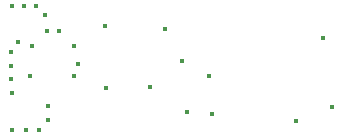
<source format=gbr>
%TF.GenerationSoftware,KiCad,Pcbnew,6.0.2+dfsg-1~bpo11+1*%
%TF.CreationDate,2022-03-18T18:50:32+00:00*%
%TF.ProjectId,TFHT01B,54464854-3031-4422-9e6b-696361645f70,rev?*%
%TF.SameCoordinates,Original*%
%TF.FileFunction,Plated,1,2,PTH,Drill*%
%TF.FilePolarity,Positive*%
%FSLAX46Y46*%
G04 Gerber Fmt 4.6, Leading zero omitted, Abs format (unit mm)*
G04 Created by KiCad (PCBNEW 6.0.2+dfsg-1~bpo11+1) date 2022-03-18 18:50:32*
%MOMM*%
%LPD*%
G01*
G04 APERTURE LIST*
%TA.AperFunction,ViaDrill*%
%ADD10C,0.400000*%
%TD*%
G04 APERTURE END LIST*
D10*
X1016000Y8890000D03*
X1016000Y7747000D03*
X1016000Y6604000D03*
X1143000Y12827000D03*
X1143000Y5461000D03*
X1143000Y2286000D03*
X1651000Y9779000D03*
X2159000Y12827000D03*
X2286000Y2286000D03*
X2667000Y6858000D03*
X2794000Y9398000D03*
X3175000Y12827000D03*
X3429000Y2286000D03*
X3937000Y12065000D03*
X4064000Y10668000D03*
X4191000Y4318000D03*
X4191000Y3175000D03*
X5080000Y10668000D03*
X6350000Y9398000D03*
X6350000Y6858000D03*
X6771000Y7950000D03*
X9046000Y11125000D03*
X9121000Y5875000D03*
X12809498Y6000000D03*
X14096000Y10875000D03*
X15494000Y8128000D03*
X15971000Y3850000D03*
X17780000Y6858000D03*
X18034000Y3659980D03*
X25146000Y3094000D03*
X27496000Y10144000D03*
X28196000Y4244000D03*
M02*

</source>
